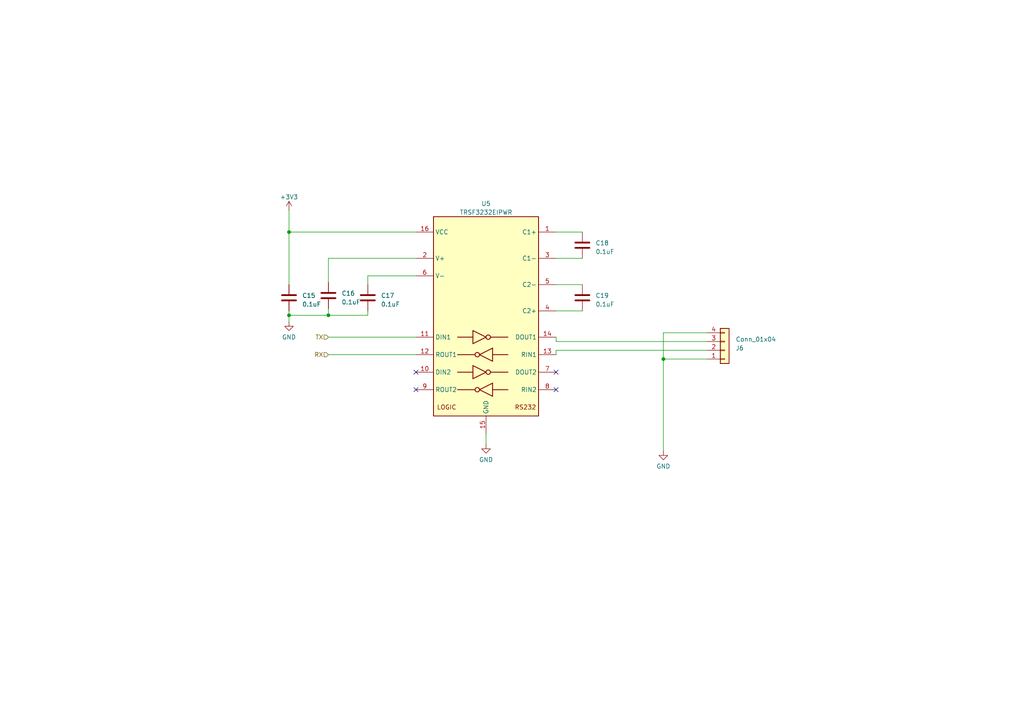
<source format=kicad_sch>
(kicad_sch (version 20230121) (generator eeschema)
  (paper "A4")
  (lib_symbols
    (symbol "0_interface_uart:TRSF3232EIPWR"
      (property "Reference" "U" (at 0 0 0))
      (property "Value" "TRSF3232EIPWR" (at 0 0 0))
      (symbol "TRSF3232EIPWR_0_0"
        (text "LOGIC" (at -11.43 -27.94 0) (effects (font (size 1.27 1.27))))
        (text "RS232" (at 11.43 -27.94 0) (effects (font (size 1.27 1.27))))
      )
      (symbol "TRSF3232EIPWR_0_1"
        (rectangle (start -15.24 27.305) (end 15.24 -30.48) (stroke (width 0.254)) (fill (type background)))
        (circle (center -2.54 -22.86) (radius 0.635) (stroke (width 0.254)))
        (circle (center -2.54 -12.7) (radius 0.635) (stroke (width 0.254)))
        (polyline (pts (xy -3.81 -17.78) (xy -8.255 -17.78)) (stroke (width 0.254)))
        (polyline (pts (xy -3.81 -7.62) (xy -8.255 -7.62)) (stroke (width 0.254)))
        (polyline (pts (xy -3.175 -22.86) (xy -8.255 -22.86)) (stroke (width 0.254)))
        (polyline (pts (xy -3.175 -12.7) (xy -8.255 -12.7)) (stroke (width 0.254)))
        (polyline (pts (xy 1.27 -17.78) (xy 6.35 -17.78)) (stroke (width 0.254)))
        (polyline (pts (xy 1.27 -7.62) (xy 6.35 -7.62)) (stroke (width 0.254)))
        (polyline (pts (xy 1.905 -22.86) (xy 6.35 -22.86)) (stroke (width 0.254)))
        (polyline (pts (xy 1.905 -12.7) (xy 6.35 -12.7)) (stroke (width 0.254)))
        (polyline (pts (xy -3.81 -15.875) (xy -3.81 -19.685) (xy 0 -17.78) (xy -3.81 -15.875)) (stroke (width 0.254)))
        (polyline (pts (xy -3.81 -5.715) (xy -3.81 -9.525) (xy 0 -7.62) (xy -3.81 -5.715)) (stroke (width 0.254)))
        (polyline (pts (xy 1.905 -20.955) (xy 1.905 -24.765) (xy -1.905 -22.86) (xy 1.905 -20.955)) (stroke (width 0.254)))
        (polyline (pts (xy 1.905 -10.795) (xy 1.905 -14.605) (xy -1.905 -12.7) (xy 1.905 -10.795)) (stroke (width 0.254)))
        (circle (center 0.635 -17.78) (radius 0.635) (stroke (width 0.254)))
        (circle (center 0.635 -7.62) (radius 0.635) (stroke (width 0.254)))
      )
      (symbol "TRSF3232EIPWR_1_1"
        (pin passive line (at 20.32 22.86 180) (length 5.08) (name "C1+") (number "1"))
        (pin input line (at -20.32 -17.78 0) (length 5.08) (name "DIN2") (number "10"))
        (pin input line (at -20.32 -7.62 0) (length 5.08) (name "DIN1") (number "11"))
        (pin output line (at -20.32 -12.7 0) (length 5.08) (name "ROUT1") (number "12"))
        (pin input line (at 20.32 -12.7 180) (length 5.08) (name "RIN1") (number "13"))
        (pin output line (at 20.32 -7.62 180) (length 5.08) (name "DOUT1") (number "14"))
        (pin power_in line (at 0 -35.56 90) (length 5.08) (name "GND") (number "15"))
        (pin power_in line (at -20.32 22.86 0) (length 5.08) (name "VCC") (number "16"))
        (pin power_out line (at -20.32 15.24 0) (length 5.08) (name "V+") (number "2"))
        (pin passive line (at 20.32 15.24 180) (length 5.08) (name "C1-") (number "3"))
        (pin passive line (at 20.32 0 180) (length 5.08) (name "C2+") (number "4"))
        (pin passive line (at 20.32 7.62 180) (length 5.08) (name "C2-") (number "5"))
        (pin power_out line (at -20.32 10.16 0) (length 5.08) (name "V-") (number "6"))
        (pin output line (at 20.32 -17.78 180) (length 5.08) (name "DOUT2") (number "7"))
        (pin input line (at 20.32 -22.86 180) (length 5.08) (name "RIN2") (number "8"))
        (pin output line (at -20.32 -22.86 0) (length 5.08) (name "ROUT2") (number "9"))
      )
    )
    (symbol "Connector_Generic:Conn_01x04" (pin_names (offset 1.016) hide)
      (property "Reference" "J" (at 0 5.08 0))
      (property "Value" "Conn_01x04" (at 0 -7.62 0))
      (symbol "Conn_01x04_1_1"
        (rectangle (start -1.27 -4.953) (end 0 -5.207) (stroke (width 0.1524)))
        (rectangle (start -1.27 -2.413) (end 0 -2.667) (stroke (width 0.1524)))
        (rectangle (start -1.27 0.127) (end 0 -0.127) (stroke (width 0.1524)))
        (rectangle (start -1.27 2.667) (end 0 2.413) (stroke (width 0.1524)))
        (rectangle (start -1.27 3.81) (end 1.27 -6.35) (stroke (width 0.254)) (fill (type background)))
        (pin passive line (at -5.08 2.54 0) (length 3.81) (name "Pin_1") (number "1"))
        (pin passive line (at -5.08 0 0) (length 3.81) (name "Pin_2") (number "2"))
        (pin passive line (at -5.08 -2.54 0) (length 3.81) (name "Pin_3") (number "3"))
        (pin passive line (at -5.08 -5.08 0) (length 3.81) (name "Pin_4") (number "4"))
      )
    )
    (symbol "Device:C" (pin_numbers hide) (pin_names (offset 0.254))
      (property "Reference" "C" (at 0.635 2.54 0))
      (property "Value" "C" (at 0.635 -2.54 0))
      (symbol "C_0_1"
        (polyline (pts (xy -2.032 -0.762) (xy 2.032 -0.762)) (stroke (width 0.508)))
        (polyline (pts (xy -2.032 0.762) (xy 2.032 0.762)) (stroke (width 0.508)))
      )
      (symbol "C_1_1"
        (pin passive line (at 0 3.81 270) (length 2.794) (name "~") (number "1"))
        (pin passive line (at 0 -3.81 90) (length 2.794) (name "~") (number "2"))
      )
    )
    (symbol "PCM_4ms_Power-symbol:+3.3V" (power) (pin_names (offset 0))
      (property "Value" "+3.3V" (at 0 3.556 0))
      (symbol "+3.3V_0_1"
        (polyline (pts (xy -0.762 1.27) (xy 0 2.54)))
        (polyline (pts (xy 0 0) (xy 0 2.54)))
        (polyline (pts (xy 0 2.54) (xy 0.762 1.27)))
      )
      (symbol "+3.3V_1_1"
        (pin power_in line (at 0 0 90) (length 0) hide (name "+3V3") (number "1"))
      )
    )
    (symbol "PCM_4ms_Power-symbol:GND" (power) (pin_names (offset 0))
      (property "Value" "GND" (at 0 -3.81 0))
      (symbol "GND_0_1"
        (polyline (pts (xy 0 0) (xy 0 -1.27) (xy 1.27 -1.27) (xy 0 -2.54) (xy -1.27 -1.27) (xy 0 -1.27)))
      )
      (symbol "GND_1_1"
        (pin power_in line (at 0 0 270) (length 0) hide (name "GND") (number "1"))
      )
    )
  )
  (junction (at 192.405 104.14))
  (junction (at 83.82 91.44))
  (junction (at 83.82 67.31))
  (junction (at 95.25 91.44))
  (no_connect (at 120.65 107.95))
  (no_connect (at 161.29 107.95))
  (no_connect (at 161.29 113.03))
  (no_connect (at 120.65 113.03))
  (wire (pts (xy 161.29 97.79) (xy 161.29 99.06)))
  (wire (pts (xy 83.82 91.44) (xy 83.82 93.345)))
  (wire (pts (xy 192.405 104.14) (xy 205.105 104.14)))
  (wire (pts (xy 83.82 90.17) (xy 83.82 91.44)))
  (wire (pts (xy 161.29 90.17) (xy 168.91 90.17)))
  (wire (pts (xy 95.25 89.535) (xy 95.25 91.44)))
  (wire (pts (xy 205.105 101.6) (xy 161.29 101.6)))
  (wire (pts (xy 192.405 96.52) (xy 205.105 96.52)))
  (wire (pts (xy 161.29 74.93) (xy 168.91 74.93)))
  (wire (pts (xy 161.29 99.06) (xy 205.105 99.06)))
  (wire (pts (xy 83.82 67.31) (xy 83.82 82.55)))
  (wire (pts (xy 95.25 97.79) (xy 120.65 97.79)))
  (wire (pts (xy 106.68 91.44) (xy 106.68 90.17)))
  (wire (pts (xy 95.25 91.44) (xy 106.68 91.44)))
  (wire (pts (xy 95.25 102.87) (xy 120.65 102.87)))
  (wire (pts (xy 95.25 81.915) (xy 95.25 74.93)))
  (wire (pts (xy 83.82 91.44) (xy 95.25 91.44)))
  (wire (pts (xy 161.29 67.31) (xy 168.91 67.31)))
  (wire (pts (xy 140.97 125.73) (xy 140.97 128.905)))
  (wire (pts (xy 83.82 67.31) (xy 120.65 67.31)))
  (wire (pts (xy 192.405 96.52) (xy 192.405 104.14)))
  (wire (pts (xy 106.68 82.55) (xy 106.68 80.01)))
  (wire (pts (xy 192.405 104.14) (xy 192.405 130.81)))
  (wire (pts (xy 161.29 101.6) (xy 161.29 102.87)))
  (wire (pts (xy 106.68 80.01) (xy 120.65 80.01)))
  (wire (pts (xy 83.82 60.96) (xy 83.82 67.31)))
  (wire (pts (xy 95.25 74.93) (xy 120.65 74.93)))
  (wire (pts (xy 161.29 82.55) (xy 168.91 82.55)))
  (hierarchical_label "TX" (shape input) (at 95.25 97.79 180))
  (hierarchical_label "RX" (shape input) (at 95.25 102.87 180))
  (symbol (lib_id "0_interface_uart:TRSF3232EIPWR") (at 140.97 90.17 0) (unit 1)
    (property "Reference" "U5" (at 140.97 59.055 0))
    (property "Value" "TRSF3232EIPWR" (at 140.97 61.595 0))
    (property "Footprint" "Package_SO:TSSOP-16_4.4x5mm_P0.65mm" (effects hide))
    (property "Datasheet" "https://www.ti.com/general/docs/suppproductinfo.tsp?distId=10&gotoUrl=http%3A%2F%2Fwww.ti.com%2Flit%2Fgpn%2Ftrsf3232e" (effects hide))
  )
  (symbol (lib_id "PCM_4ms_Power-symbol:GND") (at 192.405 130.81 0) (unit 1)
    (property "Reference" "#PWR030" (effects hide))
    (property "Value" "GND" (at 192.405 135.255 0))
  )
  (symbol (lib_id "Device:C") (at 106.68 86.36 0) (unit 1)
    (property "Reference" "C17" (at 110.49 85.725 0) (effects (justify left)))
    (property "Value" "0.1uF" (at 110.49 88.265 0) (effects (justify left)))
    (property "Footprint" "Capacitor_SMD:C_0603_1608Metric_Pad1.08x0.95mm_HandSolder" (effects hide))
  )
  (symbol (lib_id "Device:C") (at 168.91 71.12 0) (unit 1)
    (property "Reference" "C18" (at 172.72 70.485 0) (effects (justify left)))
    (property "Value" "0.1uF" (at 172.72 73.025 0) (effects (justify left)))
    (property "Footprint" "Capacitor_SMD:C_0603_1608Metric_Pad1.08x0.95mm_HandSolder" (effects hide))
  )
  (symbol (lib_id "Device:C") (at 168.91 86.36 0) (unit 1)
    (property "Reference" "C19" (at 172.72 85.725 0) (effects (justify left)))
    (property "Value" "0.1uF" (at 172.72 88.265 0) (effects (justify left)))
    (property "Footprint" "Capacitor_SMD:C_0603_1608Metric_Pad1.08x0.95mm_HandSolder" (effects hide))
  )
  (symbol (lib_id "Device:C") (at 83.82 86.36 0) (unit 1)
    (property "Reference" "C15" (at 87.63 85.725 0) (effects (justify left)))
    (property "Value" "0.1uF" (at 87.63 88.265 0) (effects (justify left)))
    (property "Footprint" "Capacitor_SMD:C_0603_1608Metric_Pad1.08x0.95mm_HandSolder" (effects hide))
  )
  (symbol (lib_id "PCM_4ms_Power-symbol:GND") (at 140.97 128.905 0) (unit 1)
    (property "Reference" "#PWR029" (effects hide))
    (property "Value" "GND" (at 140.97 133.35 0))
  )
  (symbol (lib_id "PCM_4ms_Power-symbol:GND") (at 83.82 93.345 0) (unit 1)
    (property "Reference" "#PWR027" (effects hide))
    (property "Value" "GND" (at 83.82 97.79 0))
  )
  (symbol (lib_id "Connector_Generic:Conn_01x04") (at 210.185 101.6 0) (mirror x) (unit 1)
    (property "Reference" "J6" (at 213.36 100.965 0) (effects (justify left)))
    (property "Value" "Conn_01x04" (at 213.36 98.425 0) (effects (justify left)))
    (property "Footprint" "Connector_JST:JST_GH_BM04B-GHS-TBT_1x04-1MP_P1.25mm_Vertical" (effects hide))
  )
  (symbol (lib_id "Device:C") (at 95.25 85.725 0) (unit 1)
    (property "Reference" "C16" (at 99.06 85.09 0) (effects (justify left)))
    (property "Value" "0.1uF" (at 99.06 87.63 0) (effects (justify left)))
    (property "Footprint" "Capacitor_SMD:C_0603_1608Metric_Pad1.08x0.95mm_HandSolder" (effects hide))
  )
  (symbol (lib_id "PCM_4ms_Power-symbol:+3.3V") (at 83.82 60.96 0) (unit 1)
    (property "Reference" "#PWR028" (effects hide))
    (property "Value" "+3.3V" (at 83.82 57.15 0))
  )
)
</source>
